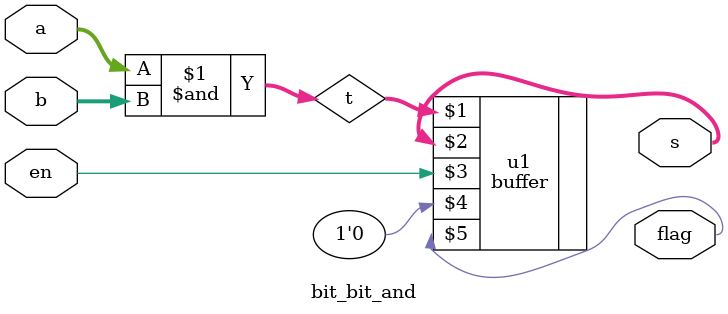
<source format=v>
module bit_bit_and (a, b, s, en, flag);
    input [7:0] a, b;
    input en;
    output [7:0] s;
    wire [7:0] t;
    output flag;

    assign t = a & b;

    buffer u1(t, s, en, 1'b0, flag);
endmodule
</source>
